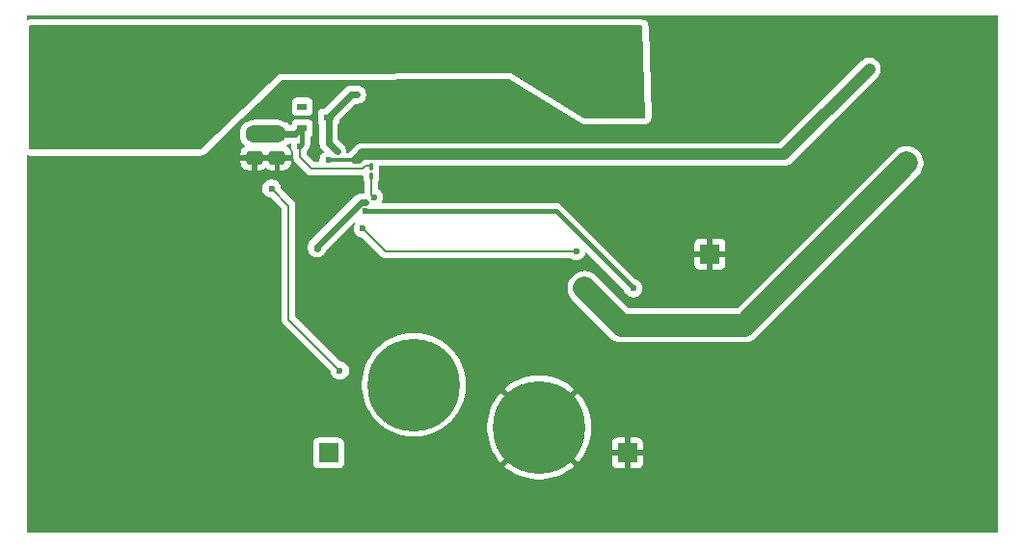
<source format=gbr>
%TF.GenerationSoftware,KiCad,Pcbnew,9.0.1*%
%TF.CreationDate,2025-11-16T17:21:23-08:00*%
%TF.ProjectId,GaN-LTC7800-Alternate,47614e2d-4c54-4433-9738-30302d416c74,rev?*%
%TF.SameCoordinates,Original*%
%TF.FileFunction,Copper,L2,Bot*%
%TF.FilePolarity,Positive*%
%FSLAX46Y46*%
G04 Gerber Fmt 4.6, Leading zero omitted, Abs format (unit mm)*
G04 Created by KiCad (PCBNEW 9.0.1) date 2025-11-16 17:21:23*
%MOMM*%
%LPD*%
G01*
G04 APERTURE LIST*
G04 Aperture macros list*
%AMRoundRect*
0 Rectangle with rounded corners*
0 $1 Rounding radius*
0 $2 $3 $4 $5 $6 $7 $8 $9 X,Y pos of 4 corners*
0 Add a 4 corners polygon primitive as box body*
4,1,4,$2,$3,$4,$5,$6,$7,$8,$9,$2,$3,0*
0 Add four circle primitives for the rounded corners*
1,1,$1+$1,$2,$3*
1,1,$1+$1,$4,$5*
1,1,$1+$1,$6,$7*
1,1,$1+$1,$8,$9*
0 Add four rect primitives between the rounded corners*
20,1,$1+$1,$2,$3,$4,$5,0*
20,1,$1+$1,$4,$5,$6,$7,0*
20,1,$1+$1,$6,$7,$8,$9,0*
20,1,$1+$1,$8,$9,$2,$3,0*%
G04 Aperture macros list end*
%TA.AperFunction,Conductor*%
%ADD10C,0.200000*%
%TD*%
%TA.AperFunction,ComponentPad*%
%ADD11R,1.700000X1.700000*%
%TD*%
%TA.AperFunction,ComponentPad*%
%ADD12C,8.115000*%
%TD*%
%TA.AperFunction,SMDPad,CuDef*%
%ADD13RoundRect,0.250000X0.475000X-0.337500X0.475000X0.337500X-0.475000X0.337500X-0.475000X-0.337500X0*%
%TD*%
%TA.AperFunction,SMDPad,CuDef*%
%ADD14R,0.850000X0.600000*%
%TD*%
%TA.AperFunction,SMDPad,CuDef*%
%ADD15RoundRect,0.100000X0.100000X-0.217500X0.100000X0.217500X-0.100000X0.217500X-0.100000X-0.217500X0*%
%TD*%
%TA.AperFunction,SMDPad,CuDef*%
%ADD16RoundRect,0.250000X-0.475000X0.337500X-0.475000X-0.337500X0.475000X-0.337500X0.475000X0.337500X0*%
%TD*%
%TA.AperFunction,ViaPad*%
%ADD17C,0.600000*%
%TD*%
%TA.AperFunction,Conductor*%
%ADD18C,1.500000*%
%TD*%
%TA.AperFunction,Conductor*%
%ADD19C,0.600000*%
%TD*%
%TA.AperFunction,Conductor*%
%ADD20C,0.400000*%
%TD*%
%TA.AperFunction,Conductor*%
%ADD21C,2.000000*%
%TD*%
%TA.AperFunction,Conductor*%
%ADD22C,1.000000*%
%TD*%
%TA.AperFunction,Conductor*%
%ADD23C,0.300000*%
%TD*%
G04 APERTURE END LIST*
D10*
%TO.N,/Vout*%
X120250000Y-50750000D02*
X115000000Y-50750000D01*
X108500000Y-46750000D01*
X88168060Y-46872049D01*
X81250000Y-53500000D01*
X77500000Y-53500000D01*
X77250000Y-42750000D01*
X120000000Y-42750000D01*
X120250000Y-50750000D01*
%TA.AperFunction,Conductor*%
G36*
X120250000Y-50750000D02*
G01*
X115000000Y-50750000D01*
X108500000Y-46750000D01*
X88168060Y-46872049D01*
X81250000Y-53500000D01*
X77500000Y-53500000D01*
X77250000Y-42750000D01*
X120000000Y-42750000D01*
X120250000Y-50750000D01*
G37*
%TD.AperFunction*%
%TO.N,/BG*%
X95750000Y-54250000D02*
X95250000Y-54750000D01*
X94750000Y-54750000D01*
X94500000Y-54500000D01*
X95250000Y-53750000D01*
X95750000Y-54250000D01*
%TA.AperFunction,Conductor*%
G36*
X95750000Y-54250000D02*
G01*
X95250000Y-54750000D01*
X94750000Y-54750000D01*
X94500000Y-54500000D01*
X95250000Y-53750000D01*
X95750000Y-54250000D01*
G37*
%TD.AperFunction*%
%TO.N,/Vout*%
X81250000Y-53500000D02*
X66250000Y-53500000D01*
X66250000Y-42750000D01*
X81250000Y-42750000D01*
X81250000Y-53500000D01*
%TA.AperFunction,Conductor*%
G36*
X81250000Y-53500000D02*
G01*
X66250000Y-53500000D01*
X66250000Y-42750000D01*
X81250000Y-42750000D01*
X81250000Y-53500000D01*
G37*
%TD.AperFunction*%
%TD*%
D11*
%TO.P,VOUT1,1,Pin_1*%
%TO.N,/Vout*%
X116500000Y-46750000D03*
%TD*%
D12*
%TO.P,VSource_GND1,1,1*%
%TO.N,GND*%
X111000000Y-78000000D03*
%TD*%
%TO.P,VSource_IN1,1,1*%
%TO.N,/VIN*%
X100000000Y-74250000D03*
%TD*%
D11*
%TO.P,TP_VIN2,1,Pin_1*%
%TO.N,GND*%
X118750000Y-80250000D03*
%TD*%
%TO.P,TP_VIN1,1,Pin_1*%
%TO.N,/VIN*%
X92500000Y-80250000D03*
%TD*%
%TO.P,GND1,1,Pin_1*%
%TO.N,GND*%
X126000000Y-62750000D03*
%TD*%
D13*
%TO.P,C2,1*%
%TO.N,GND*%
X88000000Y-54287500D03*
%TO.P,C2,2*%
%TO.N,/INTVCC*%
X88000000Y-52212500D03*
%TD*%
D14*
%TO.P,D1,1,A*%
%TO.N,/INTVCC*%
X90200000Y-51700000D03*
%TO.P,D1,2,NC*%
%TO.N,unconnected-(D1-NC-Pad2)*%
X90200000Y-49800000D03*
%TO.P,D1,3,K*%
%TO.N,/BOOST*%
X92500000Y-50750000D03*
%TD*%
D15*
%TO.P,R1,1*%
%TO.N,Net-(U1-PGOOD)*%
X96250000Y-55907500D03*
%TO.P,R1,2*%
%TO.N,/INTVCC*%
X96250000Y-55092500D03*
%TD*%
D16*
%TO.P,C2_EX1,1*%
%TO.N,/INTVCC*%
X86000000Y-52212500D03*
%TO.P,C2_EX1,2*%
%TO.N,GND*%
X86000000Y-54287500D03*
%TD*%
D17*
%TO.N,GND*%
X77000000Y-66000000D03*
X77000000Y-69750000D03*
X128000000Y-48750000D03*
X80750000Y-68500000D03*
X79500000Y-71000000D03*
X80750000Y-72250000D03*
X79500000Y-72250000D03*
X83250000Y-71000000D03*
X79750000Y-54750000D03*
X77000000Y-67250000D03*
X83250000Y-69750000D03*
X126750000Y-48750000D03*
X80750000Y-66000000D03*
X77500000Y-58000000D03*
X83250000Y-72250000D03*
X83250000Y-66000000D03*
X79500000Y-68500000D03*
X126750000Y-47500000D03*
X79500000Y-69750000D03*
X83250000Y-67250000D03*
X76500000Y-61000000D03*
X78250000Y-66000000D03*
X77000000Y-68500000D03*
X80750000Y-67250000D03*
X129250000Y-50000000D03*
X82750000Y-54750000D03*
X78250000Y-67250000D03*
X83250000Y-68500000D03*
X79500000Y-66000000D03*
X83750000Y-54750000D03*
X78250000Y-72250000D03*
X82000000Y-68500000D03*
X129250000Y-47500000D03*
X82000000Y-72250000D03*
X129250000Y-48750000D03*
X80750000Y-69750000D03*
X80750000Y-71000000D03*
X78250000Y-71000000D03*
X77000000Y-71000000D03*
X78250000Y-68500000D03*
X128000000Y-50000000D03*
X78250000Y-69750000D03*
X80750000Y-54750000D03*
X76500000Y-58000000D03*
X81750000Y-54750000D03*
X77000000Y-72250000D03*
X76500000Y-60000000D03*
X126750000Y-50000000D03*
X82000000Y-69750000D03*
X82000000Y-66000000D03*
X79500000Y-67250000D03*
X82000000Y-67250000D03*
X128000000Y-47500000D03*
X82000000Y-71000000D03*
X77500000Y-61000000D03*
X76500000Y-59000000D03*
X77500000Y-60000000D03*
X77500000Y-59000000D03*
%TO.N,/INTVCC*%
X90000000Y-53250000D03*
%TO.N,/BOOST*%
X95000000Y-48750000D03*
X93250000Y-53750000D03*
%TO.N,/ITH*%
X91500000Y-62250000D03*
X95750000Y-58199997D03*
%TO.N,/VIN*%
X93500000Y-73000000D03*
X87500000Y-57000000D03*
%TO.N,/Vout*%
X68750000Y-47500000D03*
X67250000Y-45750000D03*
X66500000Y-44750000D03*
X76250000Y-47500000D03*
X73250000Y-45750000D03*
X67250000Y-47500000D03*
X80000000Y-48250000D03*
X77750000Y-47500000D03*
X75500000Y-46500000D03*
X75500000Y-44750000D03*
X74000000Y-43250000D03*
X80750000Y-47500000D03*
X77750000Y-44000000D03*
X74000000Y-49750000D03*
X80750000Y-49000000D03*
X68000000Y-44750000D03*
X75500000Y-43250000D03*
X71000000Y-43250000D03*
X68000000Y-49750000D03*
X68750000Y-49000000D03*
X70250000Y-49000000D03*
X71000000Y-46500000D03*
X68000000Y-48250000D03*
X80750000Y-44000000D03*
X72500000Y-48250000D03*
X68000000Y-43250000D03*
X80750000Y-45750000D03*
X71750000Y-45750000D03*
X75500000Y-49750000D03*
X78500000Y-49750000D03*
X67250000Y-49000000D03*
X68750000Y-44000000D03*
X77750000Y-45750000D03*
X79250000Y-47500000D03*
X78500000Y-44750000D03*
X68750000Y-45750000D03*
X70250000Y-45750000D03*
X69500000Y-48250000D03*
X73250000Y-49000000D03*
X77000000Y-46500000D03*
X74000000Y-46500000D03*
X80000000Y-44750000D03*
X71750000Y-47500000D03*
X73250000Y-44000000D03*
X71000000Y-48250000D03*
X78500000Y-43250000D03*
X72500000Y-43250000D03*
X67250000Y-44000000D03*
X69500000Y-46500000D03*
X78500000Y-48250000D03*
X71000000Y-49750000D03*
X70250000Y-44000000D03*
X68000000Y-46500000D03*
X79250000Y-49000000D03*
X77000000Y-48250000D03*
X71750000Y-44000000D03*
X66500000Y-49750000D03*
X71750000Y-49000000D03*
X76250000Y-44000000D03*
X74750000Y-47500000D03*
X72500000Y-46500000D03*
X77000000Y-49750000D03*
X66500000Y-46500000D03*
X73250000Y-47500000D03*
X69500000Y-44750000D03*
X70250000Y-47500000D03*
X75500000Y-48250000D03*
X74750000Y-44000000D03*
X72500000Y-49750000D03*
X80000000Y-49750000D03*
X80000000Y-46500000D03*
X66500000Y-43250000D03*
X66500000Y-48250000D03*
X69500000Y-43250000D03*
X77750000Y-49000000D03*
X69500000Y-49750000D03*
X74000000Y-48250000D03*
X76250000Y-45750000D03*
X71000000Y-44750000D03*
X72500000Y-44750000D03*
X76250000Y-49000000D03*
X77000000Y-44750000D03*
X80000000Y-43250000D03*
X79250000Y-45750000D03*
X78500000Y-46500000D03*
X74750000Y-45750000D03*
X74000000Y-44750000D03*
X74750000Y-49000000D03*
X77000000Y-43250000D03*
X79250000Y-44000000D03*
%TO.N,/SENSE+*%
X114250000Y-62500000D03*
X95500000Y-60500000D03*
%TO.N,/TG*%
X143250000Y-54750000D03*
X115000000Y-65750000D03*
%TO.N,/BG*%
X92500000Y-54500000D03*
X140000000Y-46500000D03*
%TO.N,Net-(U1-PGOOD)*%
X96500000Y-57750000D03*
%TO.N,/VFB*%
X95750000Y-59000000D03*
X119250000Y-65750000D03*
%TD*%
D10*
%TO.N,/INTVCC*%
X96157500Y-55000000D02*
X96250000Y-55092500D01*
D18*
X88000000Y-52212500D02*
X86000000Y-52212500D01*
D19*
X90050000Y-51700000D02*
X89537500Y-52212500D01*
D20*
X90000000Y-53250000D02*
X90200000Y-53050000D01*
X90200000Y-53050000D02*
X90200000Y-51700000D01*
D19*
X89537500Y-52212500D02*
X88000000Y-52212500D01*
D10*
X91000000Y-55250000D02*
X95500000Y-55250000D01*
X90000000Y-54250000D02*
X91000000Y-55250000D01*
X95500000Y-55250000D02*
X95750000Y-55000000D01*
X95750000Y-55000000D02*
X96157500Y-55000000D01*
X90000000Y-53250000D02*
X90000000Y-54250000D01*
X90200000Y-51700000D02*
X90050000Y-51700000D01*
D19*
%TO.N,/BOOST*%
X92500000Y-50750000D02*
X92500000Y-53000000D01*
X92500000Y-53000000D02*
X93250000Y-53750000D01*
X94500000Y-48750000D02*
X95000000Y-48750000D01*
X92500000Y-50750000D02*
X94500000Y-48750000D01*
%TO.N,/ITH*%
X91500000Y-62250000D02*
X91500000Y-62117214D01*
X91500000Y-62117214D02*
X95417217Y-58199997D01*
X95417217Y-58199997D02*
X95750000Y-58199997D01*
D10*
%TO.N,/VIN*%
X87500000Y-57000000D02*
X89000000Y-58500000D01*
X89000000Y-68500000D02*
X93500000Y-73000000D01*
X89000000Y-58500000D02*
X89000000Y-68500000D01*
%TO.N,/SENSE+*%
X97500000Y-62500000D02*
X114250000Y-62500000D01*
X95500000Y-60500000D02*
X97500000Y-62500000D01*
D21*
%TO.N,/TG*%
X123250000Y-69000000D02*
X129000000Y-69000000D01*
X115000000Y-65750000D02*
X118250000Y-69000000D01*
X118250000Y-69000000D02*
X123250000Y-69000000D01*
X129000000Y-69000000D02*
X143250000Y-54750000D01*
D22*
%TO.N,/BG*%
X132500000Y-54000000D02*
X140000000Y-46500000D01*
D10*
X95000000Y-54500000D02*
X95500000Y-54000000D01*
D23*
X92500000Y-54500000D02*
X95000000Y-54500000D01*
D22*
X95500000Y-54000000D02*
X132500000Y-54000000D01*
D10*
%TO.N,Net-(U1-PGOOD)*%
X96250000Y-55907500D02*
X96250000Y-57500000D01*
X96250000Y-57500000D02*
X96500000Y-57750000D01*
D20*
%TO.N,/VFB*%
X95750000Y-59000000D02*
X112500000Y-59000000D01*
X112500000Y-59000000D02*
X119250000Y-65750000D01*
%TD*%
%TA.AperFunction,Conductor*%
%TO.N,GND*%
G36*
X151235148Y-41764852D02*
G01*
X151249500Y-41799500D01*
X151249500Y-87200500D01*
X151235148Y-87235148D01*
X151200500Y-87249500D01*
X66049500Y-87249500D01*
X66014852Y-87235148D01*
X66000500Y-87200500D01*
X66000500Y-79352120D01*
X91149500Y-79352120D01*
X91149500Y-81147879D01*
X91155907Y-81207478D01*
X91155909Y-81207483D01*
X91206114Y-81342091D01*
X91206205Y-81342333D01*
X91210069Y-81347494D01*
X91292454Y-81457546D01*
X91384934Y-81526776D01*
X91407074Y-81543351D01*
X91407669Y-81543796D01*
X91542517Y-81594091D01*
X91542520Y-81594092D01*
X91586177Y-81598785D01*
X91602127Y-81600500D01*
X93397872Y-81600499D01*
X93397878Y-81600499D01*
X93457478Y-81594092D01*
X93457479Y-81594091D01*
X93457483Y-81594091D01*
X93592331Y-81543796D01*
X93707546Y-81457546D01*
X93793796Y-81342331D01*
X93844091Y-81207483D01*
X93844091Y-81207481D01*
X93844092Y-81207479D01*
X93850499Y-81147879D01*
X93850500Y-81147873D01*
X93850499Y-79352128D01*
X93850499Y-79352127D01*
X93850499Y-79352120D01*
X93844092Y-79292521D01*
X93844091Y-79292517D01*
X93793796Y-79157669D01*
X93707546Y-79042454D01*
X93633958Y-78987366D01*
X93592333Y-78956205D01*
X93592331Y-78956204D01*
X93547381Y-78939439D01*
X93457479Y-78905907D01*
X93397879Y-78899500D01*
X91602120Y-78899500D01*
X91542521Y-78905907D01*
X91407666Y-78956205D01*
X91292454Y-79042454D01*
X91206205Y-79157666D01*
X91155907Y-79292520D01*
X91149500Y-79352120D01*
X66000500Y-79352120D01*
X66000500Y-74050993D01*
X95442000Y-74050993D01*
X95442000Y-74449006D01*
X95476689Y-74845506D01*
X95545804Y-75237475D01*
X95545805Y-75237480D01*
X95648814Y-75621916D01*
X95784944Y-75995929D01*
X95784950Y-75995943D01*
X95953155Y-76356659D01*
X96152156Y-76701340D01*
X96152162Y-76701349D01*
X96380445Y-77027371D01*
X96380449Y-77027376D01*
X96380451Y-77027378D01*
X96636289Y-77332274D01*
X96917726Y-77613711D01*
X96917736Y-77613719D01*
X97222623Y-77869550D01*
X97222628Y-77869554D01*
X97548650Y-78097837D01*
X97548659Y-78097843D01*
X97723841Y-78198984D01*
X97893345Y-78296847D01*
X98254067Y-78465054D01*
X98628077Y-78601183D01*
X98628078Y-78601183D01*
X98628083Y-78601185D01*
X99012519Y-78704194D01*
X99012525Y-78704195D01*
X99012528Y-78704196D01*
X99404495Y-78773311D01*
X99800993Y-78808000D01*
X99800997Y-78808000D01*
X100199003Y-78808000D01*
X100199007Y-78808000D01*
X100595505Y-78773311D01*
X100987472Y-78704196D01*
X100987477Y-78704194D01*
X100987480Y-78704194D01*
X101371916Y-78601185D01*
X101371917Y-78601184D01*
X101371923Y-78601183D01*
X101745933Y-78465054D01*
X102106655Y-78296847D01*
X102451345Y-78097840D01*
X102777378Y-77869549D01*
X102859054Y-77801015D01*
X106442500Y-77801015D01*
X106442500Y-78198984D01*
X106477185Y-78595441D01*
X106546292Y-78987366D01*
X106546293Y-78987371D01*
X106649291Y-79371765D01*
X106785406Y-79745737D01*
X106785412Y-79745751D01*
X106953599Y-80106428D01*
X107152577Y-80451071D01*
X107152583Y-80451080D01*
X107380841Y-80777066D01*
X107380845Y-80777071D01*
X107603739Y-81042706D01*
X108918314Y-79728131D01*
X108979860Y-79805307D01*
X109194693Y-80020140D01*
X109271867Y-80081684D01*
X107957292Y-81396259D01*
X108222928Y-81619154D01*
X108222933Y-81619158D01*
X108548919Y-81847416D01*
X108548928Y-81847422D01*
X108893571Y-82046400D01*
X109254248Y-82214587D01*
X109254262Y-82214593D01*
X109628234Y-82350708D01*
X110012628Y-82453706D01*
X110012633Y-82453707D01*
X110404558Y-82522814D01*
X110801015Y-82557499D01*
X110801020Y-82557500D01*
X111198980Y-82557500D01*
X111198984Y-82557499D01*
X111595441Y-82522814D01*
X111987366Y-82453707D01*
X111987371Y-82453706D01*
X112371765Y-82350708D01*
X112745737Y-82214593D01*
X112745751Y-82214587D01*
X113106428Y-82046400D01*
X113451071Y-81847422D01*
X113451080Y-81847416D01*
X113777066Y-81619158D01*
X113777071Y-81619154D01*
X114042706Y-81396259D01*
X112728131Y-80081685D01*
X112805307Y-80020140D01*
X113020140Y-79805307D01*
X113081685Y-79728132D01*
X114396259Y-81042706D01*
X114619154Y-80777071D01*
X114619158Y-80777066D01*
X114847053Y-80451599D01*
X114847056Y-80451597D01*
X114847058Y-80451591D01*
X114847423Y-80451068D01*
X115046400Y-80106428D01*
X115214587Y-79745751D01*
X115214593Y-79745737D01*
X115350708Y-79371766D01*
X115355960Y-79352165D01*
X117400000Y-79352165D01*
X117400000Y-80000000D01*
X118316988Y-80000000D01*
X118284075Y-80057007D01*
X118250000Y-80184174D01*
X118250000Y-80315826D01*
X118284075Y-80442993D01*
X118316988Y-80500000D01*
X117400000Y-80500000D01*
X117400000Y-81147834D01*
X117406401Y-81207372D01*
X117406401Y-81207373D01*
X117456648Y-81342091D01*
X117542811Y-81457188D01*
X117657908Y-81543351D01*
X117792626Y-81593598D01*
X117852166Y-81600000D01*
X118500000Y-81600000D01*
X118500000Y-80683012D01*
X118557007Y-80715925D01*
X118684174Y-80750000D01*
X118815826Y-80750000D01*
X118942993Y-80715925D01*
X119000000Y-80683012D01*
X119000000Y-81600000D01*
X119647834Y-81600000D01*
X119707372Y-81593598D01*
X119707373Y-81593598D01*
X119842091Y-81543351D01*
X119957188Y-81457188D01*
X120043351Y-81342091D01*
X120093598Y-81207373D01*
X120093598Y-81207372D01*
X120100000Y-81147834D01*
X120100000Y-80500000D01*
X119183012Y-80500000D01*
X119215925Y-80442993D01*
X119250000Y-80315826D01*
X119250000Y-80184174D01*
X119215925Y-80057007D01*
X119183012Y-80000000D01*
X120100000Y-80000000D01*
X120100000Y-79352165D01*
X120093598Y-79292627D01*
X120093598Y-79292626D01*
X120043351Y-79157908D01*
X119957188Y-79042811D01*
X119842091Y-78956648D01*
X119707373Y-78906401D01*
X119647834Y-78900000D01*
X119000000Y-78900000D01*
X119000000Y-79816988D01*
X118942993Y-79784075D01*
X118815826Y-79750000D01*
X118684174Y-79750000D01*
X118557007Y-79784075D01*
X118500000Y-79816988D01*
X118500000Y-78900000D01*
X117852166Y-78900000D01*
X117792627Y-78906401D01*
X117792626Y-78906401D01*
X117657908Y-78956648D01*
X117542811Y-79042811D01*
X117456648Y-79157908D01*
X117406401Y-79292626D01*
X117406401Y-79292627D01*
X117400000Y-79352165D01*
X115355960Y-79352165D01*
X115359708Y-79338178D01*
X115453706Y-78987371D01*
X115453707Y-78987366D01*
X115522814Y-78595441D01*
X115557499Y-78198984D01*
X115557500Y-78198979D01*
X115557500Y-77801020D01*
X115557499Y-77801015D01*
X115522814Y-77404558D01*
X115453707Y-77012633D01*
X115453706Y-77012628D01*
X115350708Y-76628234D01*
X115214593Y-76254262D01*
X115214587Y-76254248D01*
X115046400Y-75893571D01*
X114847422Y-75548928D01*
X114847416Y-75548919D01*
X114619158Y-75222933D01*
X114619154Y-75222928D01*
X114396259Y-74957292D01*
X113081684Y-76271867D01*
X113020140Y-76194693D01*
X112805307Y-75979860D01*
X112728130Y-75918314D01*
X114042706Y-74603739D01*
X113777071Y-74380845D01*
X113777066Y-74380841D01*
X113451080Y-74152583D01*
X113451071Y-74152577D01*
X113106428Y-73953599D01*
X112745751Y-73785412D01*
X112745737Y-73785406D01*
X112371765Y-73649291D01*
X111987371Y-73546293D01*
X111987366Y-73546292D01*
X111595441Y-73477185D01*
X111198984Y-73442500D01*
X110801015Y-73442500D01*
X110404558Y-73477185D01*
X110012633Y-73546292D01*
X110012628Y-73546293D01*
X109628234Y-73649291D01*
X109254262Y-73785406D01*
X109254248Y-73785412D01*
X108893571Y-73953599D01*
X108548928Y-74152577D01*
X108548919Y-74152583D01*
X108222946Y-74380833D01*
X108222917Y-74380855D01*
X107957292Y-74603739D01*
X109271867Y-75918314D01*
X109194693Y-75979860D01*
X108979860Y-76194693D01*
X108918314Y-76271867D01*
X107603739Y-74957292D01*
X107380855Y-75222917D01*
X107380833Y-75222946D01*
X107152583Y-75548919D01*
X107152577Y-75548928D01*
X106953599Y-75893571D01*
X106785412Y-76254248D01*
X106785406Y-76254262D01*
X106649291Y-76628234D01*
X106546293Y-77012628D01*
X106546292Y-77012633D01*
X106477185Y-77404558D01*
X106442500Y-77801015D01*
X102859054Y-77801015D01*
X103082274Y-77613711D01*
X103363711Y-77332274D01*
X103619549Y-77027378D01*
X103847840Y-76701345D01*
X104046847Y-76356655D01*
X104215054Y-75995933D01*
X104351183Y-75621923D01*
X104370744Y-75548919D01*
X104454194Y-75237480D01*
X104454195Y-75237475D01*
X104456757Y-75222946D01*
X104523311Y-74845505D01*
X104558000Y-74449007D01*
X104558000Y-74050993D01*
X104523311Y-73654495D01*
X104454196Y-73262528D01*
X104446417Y-73233498D01*
X104351185Y-72878083D01*
X104310576Y-72766512D01*
X104215054Y-72504067D01*
X104046847Y-72143345D01*
X104018808Y-72094780D01*
X103847843Y-71798659D01*
X103847837Y-71798650D01*
X103619554Y-71472628D01*
X103619550Y-71472623D01*
X103363719Y-71167736D01*
X103363711Y-71167726D01*
X103082274Y-70886289D01*
X102777378Y-70630451D01*
X102777376Y-70630449D01*
X102777371Y-70630445D01*
X102451349Y-70402162D01*
X102451340Y-70402156D01*
X102106659Y-70203155D01*
X101745943Y-70034950D01*
X101745929Y-70034944D01*
X101371916Y-69898814D01*
X100987480Y-69795805D01*
X100987475Y-69795804D01*
X100595506Y-69726689D01*
X100397256Y-69709344D01*
X100199007Y-69692000D01*
X99800993Y-69692000D01*
X99404493Y-69726689D01*
X99012524Y-69795804D01*
X99012519Y-69795805D01*
X98628083Y-69898814D01*
X98254070Y-70034944D01*
X98254056Y-70034950D01*
X97893340Y-70203155D01*
X97548659Y-70402156D01*
X97548650Y-70402162D01*
X97222628Y-70630445D01*
X97222623Y-70630449D01*
X96917736Y-70886280D01*
X96917718Y-70886296D01*
X96636296Y-71167718D01*
X96636280Y-71167736D01*
X96380449Y-71472623D01*
X96380445Y-71472628D01*
X96152162Y-71798650D01*
X96152156Y-71798659D01*
X95953155Y-72143340D01*
X95784950Y-72504056D01*
X95784944Y-72504070D01*
X95648814Y-72878083D01*
X95545805Y-73262519D01*
X95545804Y-73262524D01*
X95476689Y-73654493D01*
X95442000Y-74050993D01*
X66000500Y-74050993D01*
X66000500Y-56921152D01*
X86699500Y-56921152D01*
X86699500Y-57078847D01*
X86730260Y-57233487D01*
X86730263Y-57233498D01*
X86787144Y-57370821D01*
X86790606Y-57379179D01*
X86878211Y-57510289D01*
X86989711Y-57621789D01*
X87120821Y-57709394D01*
X87266503Y-57769737D01*
X87266509Y-57769738D01*
X87266512Y-57769739D01*
X87421152Y-57800499D01*
X87421158Y-57800500D01*
X87430969Y-57800500D01*
X87465617Y-57814852D01*
X88385148Y-58734383D01*
X88399500Y-58769031D01*
X88399500Y-68417929D01*
X88399499Y-68417947D01*
X88399499Y-68579059D01*
X88440421Y-68731781D01*
X88440422Y-68731783D01*
X88440423Y-68731785D01*
X88469360Y-68781904D01*
X88469361Y-68781905D01*
X88519477Y-68868712D01*
X88519482Y-68868718D01*
X88634074Y-68983310D01*
X88634080Y-68983315D01*
X92685148Y-73034383D01*
X92699500Y-73069031D01*
X92699500Y-73078847D01*
X92730260Y-73233487D01*
X92730263Y-73233497D01*
X92790606Y-73379179D01*
X92878211Y-73510289D01*
X92989711Y-73621789D01*
X93120821Y-73709394D01*
X93266503Y-73769737D01*
X93266509Y-73769738D01*
X93266512Y-73769739D01*
X93421152Y-73800499D01*
X93421158Y-73800500D01*
X93578842Y-73800500D01*
X93733497Y-73769737D01*
X93879179Y-73709394D01*
X94010289Y-73621789D01*
X94121789Y-73510289D01*
X94209394Y-73379179D01*
X94269737Y-73233497D01*
X94300500Y-73078842D01*
X94300500Y-72921158D01*
X94269737Y-72766503D01*
X94209394Y-72620821D01*
X94121789Y-72489711D01*
X94010289Y-72378211D01*
X93879179Y-72290606D01*
X93879176Y-72290604D01*
X93879175Y-72290604D01*
X93733498Y-72230263D01*
X93733487Y-72230260D01*
X93578847Y-72199500D01*
X93578842Y-72199500D01*
X93569031Y-72199500D01*
X93534383Y-72185148D01*
X89614852Y-68265617D01*
X89600500Y-68230969D01*
X89600500Y-65631908D01*
X113499500Y-65631908D01*
X113499500Y-65868091D01*
X113536446Y-66101365D01*
X113536447Y-66101368D01*
X113609432Y-66325993D01*
X113716653Y-66536428D01*
X113716656Y-66536432D01*
X113716657Y-66536434D01*
X113855483Y-66727510D01*
X113855485Y-66727512D01*
X113855488Y-66727516D01*
X117272483Y-70144511D01*
X117272486Y-70144513D01*
X117272490Y-70144517D01*
X117463566Y-70283343D01*
X117463568Y-70283344D01*
X117463571Y-70283346D01*
X117674006Y-70390567D01*
X117674008Y-70390568D01*
X117898632Y-70463553D01*
X118131908Y-70500500D01*
X118131909Y-70500500D01*
X129118091Y-70500500D01*
X129118092Y-70500500D01*
X129351368Y-70463553D01*
X129575992Y-70390568D01*
X129786434Y-70283343D01*
X129977510Y-70144517D01*
X144394517Y-55727510D01*
X144533343Y-55536434D01*
X144640568Y-55325992D01*
X144713552Y-55101369D01*
X144750499Y-54868092D01*
X144750499Y-54631908D01*
X144713552Y-54398632D01*
X144640568Y-54174008D01*
X144637471Y-54167929D01*
X144533346Y-53963572D01*
X144533344Y-53963569D01*
X144533343Y-53963567D01*
X144394517Y-53772490D01*
X144394513Y-53772486D01*
X144394511Y-53772483D01*
X144227516Y-53605488D01*
X144227517Y-53605488D01*
X144121142Y-53528202D01*
X144036433Y-53466657D01*
X144036431Y-53466656D01*
X144036427Y-53466653D01*
X143825993Y-53359432D01*
X143601368Y-53286448D01*
X143601365Y-53286447D01*
X143398575Y-53254329D01*
X143368092Y-53249501D01*
X143131908Y-53249501D01*
X143101482Y-53254320D01*
X142898633Y-53286447D01*
X142898630Y-53286448D01*
X142674006Y-53359432D01*
X142463571Y-53466653D01*
X142272483Y-53605488D01*
X128392825Y-67485148D01*
X128358177Y-67499500D01*
X118891823Y-67499500D01*
X118857175Y-67485148D01*
X115977516Y-64605488D01*
X115977512Y-64605485D01*
X115977510Y-64605483D01*
X115786434Y-64466657D01*
X115786432Y-64466656D01*
X115786428Y-64466653D01*
X115575993Y-64359432D01*
X115351368Y-64286447D01*
X115351365Y-64286446D01*
X115172167Y-64258064D01*
X115118092Y-64249500D01*
X114881908Y-64249500D01*
X114838009Y-64256452D01*
X114648634Y-64286446D01*
X114648631Y-64286447D01*
X114424006Y-64359432D01*
X114213571Y-64466653D01*
X114022483Y-64605488D01*
X113855488Y-64772483D01*
X113716653Y-64963571D01*
X113609432Y-65174006D01*
X113536447Y-65398631D01*
X113536446Y-65398634D01*
X113499500Y-65631908D01*
X89600500Y-65631908D01*
X89600500Y-58420942D01*
X89597713Y-58410542D01*
X89592139Y-58389741D01*
X89581357Y-58349500D01*
X89559577Y-58268216D01*
X89559576Y-58268213D01*
X89480524Y-58131290D01*
X89480521Y-58131287D01*
X89480520Y-58131284D01*
X89368716Y-58019480D01*
X89367010Y-58017774D01*
X89366999Y-58017764D01*
X88314852Y-56965617D01*
X88300500Y-56930969D01*
X88300500Y-56921158D01*
X88300499Y-56921152D01*
X88269739Y-56766512D01*
X88269736Y-56766501D01*
X88209395Y-56620824D01*
X88209394Y-56620821D01*
X88121789Y-56489711D01*
X88010289Y-56378211D01*
X87879179Y-56290606D01*
X87879176Y-56290604D01*
X87879175Y-56290604D01*
X87733498Y-56230263D01*
X87733487Y-56230260D01*
X87578847Y-56199500D01*
X87578842Y-56199500D01*
X87421158Y-56199500D01*
X87421152Y-56199500D01*
X87266512Y-56230260D01*
X87266501Y-56230263D01*
X87120824Y-56290604D01*
X86989711Y-56378210D01*
X86878210Y-56489711D01*
X86790604Y-56620824D01*
X86730263Y-56766501D01*
X86730260Y-56766512D01*
X86699500Y-56921152D01*
X66000500Y-56921152D01*
X66000500Y-54674980D01*
X84775001Y-54674980D01*
X84785493Y-54777693D01*
X84840642Y-54944122D01*
X84932682Y-55093343D01*
X85056656Y-55217317D01*
X85205877Y-55309357D01*
X85372306Y-55364506D01*
X85475018Y-55374999D01*
X85749999Y-55374999D01*
X86250000Y-55374999D01*
X86524980Y-55374999D01*
X86627693Y-55364506D01*
X86794122Y-55309357D01*
X86943343Y-55217317D01*
X86965352Y-55195309D01*
X87000000Y-55180957D01*
X87034648Y-55195309D01*
X87056656Y-55217317D01*
X87205877Y-55309357D01*
X87372306Y-55364506D01*
X87475018Y-55374999D01*
X87749999Y-55374999D01*
X88250000Y-55374999D01*
X88524980Y-55374999D01*
X88627693Y-55364506D01*
X88794122Y-55309357D01*
X88943343Y-55217317D01*
X89067317Y-55093343D01*
X89159357Y-54944122D01*
X89214506Y-54777693D01*
X89225000Y-54674981D01*
X89225000Y-54537500D01*
X88250000Y-54537500D01*
X88250000Y-55374999D01*
X87749999Y-55374999D01*
X87750000Y-55374998D01*
X87750000Y-54537500D01*
X86250000Y-54537500D01*
X86250000Y-55374999D01*
X85749999Y-55374999D01*
X85750000Y-55374998D01*
X85750000Y-54537500D01*
X84775001Y-54537500D01*
X84775001Y-54674980D01*
X66000500Y-54674980D01*
X66000500Y-54119768D01*
X66014852Y-54085120D01*
X66049500Y-54070768D01*
X66068247Y-54074496D01*
X66093285Y-54084868D01*
X66250000Y-54105500D01*
X66250004Y-54105500D01*
X81249995Y-54105500D01*
X81250000Y-54105500D01*
X81394156Y-54088090D01*
X81400243Y-54085720D01*
X81406715Y-54084868D01*
X81473765Y-54057094D01*
X81541453Y-54030741D01*
X81546720Y-54026875D01*
X81552750Y-54024378D01*
X81610335Y-53980190D01*
X81668888Y-53937222D01*
X83571826Y-52114083D01*
X84749500Y-52114083D01*
X84749500Y-52310917D01*
X84770497Y-52443492D01*
X84773897Y-52464959D01*
X84774500Y-52472624D01*
X84774500Y-52600010D01*
X84785000Y-52702794D01*
X84840186Y-52869334D01*
X84932287Y-53018655D01*
X85056347Y-53142715D01*
X85163146Y-53208588D01*
X85185102Y-53238992D01*
X85179128Y-53276016D01*
X85163147Y-53291998D01*
X85056656Y-53357682D01*
X84932682Y-53481656D01*
X84840642Y-53630877D01*
X84785493Y-53797306D01*
X84775000Y-53900018D01*
X84775000Y-54037500D01*
X89224999Y-54037500D01*
X89224999Y-53900019D01*
X89214506Y-53797306D01*
X89159357Y-53630877D01*
X89067317Y-53481656D01*
X88943343Y-53357682D01*
X88836852Y-53291998D01*
X88814897Y-53261593D01*
X88820871Y-53224569D01*
X88836853Y-53208588D01*
X88943652Y-53142715D01*
X88943653Y-53142713D01*
X88943656Y-53142712D01*
X89024368Y-53062000D01*
X89059017Y-53027352D01*
X89093665Y-53013000D01*
X89171253Y-53013000D01*
X89205901Y-53027352D01*
X89220253Y-53062000D01*
X89219311Y-53071559D01*
X89199500Y-53171152D01*
X89199500Y-53328847D01*
X89230260Y-53483487D01*
X89230263Y-53483498D01*
X89280791Y-53605483D01*
X89290606Y-53629179D01*
X89318656Y-53671158D01*
X89378210Y-53760288D01*
X89385148Y-53767226D01*
X89399500Y-53801874D01*
X89399500Y-54167929D01*
X89399499Y-54167947D01*
X89399499Y-54329059D01*
X89440421Y-54481781D01*
X89440423Y-54481787D01*
X89462187Y-54519481D01*
X89519480Y-54618716D01*
X89634074Y-54733310D01*
X89634079Y-54733314D01*
X90631284Y-55730520D01*
X90631287Y-55730521D01*
X90631290Y-55730524D01*
X90768214Y-55809576D01*
X90768216Y-55809577D01*
X90839093Y-55828568D01*
X90920941Y-55850501D01*
X90920943Y-55850501D01*
X91082055Y-55850501D01*
X91082071Y-55850500D01*
X95417931Y-55850500D01*
X95420939Y-55850500D01*
X95420943Y-55850501D01*
X95500501Y-55850501D01*
X95535149Y-55864853D01*
X95545296Y-55889353D01*
X95549500Y-55899501D01*
X95549500Y-56164356D01*
X95549501Y-56164358D01*
X95564955Y-56281761D01*
X95625461Y-56427836D01*
X95625464Y-56427841D01*
X95639374Y-56445969D01*
X95649500Y-56475798D01*
X95649500Y-57350497D01*
X95635148Y-57385145D01*
X95600500Y-57399497D01*
X95338368Y-57399497D01*
X95183728Y-57430257D01*
X95183717Y-57430260D01*
X95141050Y-57447934D01*
X95038041Y-57490601D01*
X94909538Y-57576463D01*
X94909537Y-57576465D01*
X94908232Y-57577337D01*
X94906925Y-57578210D01*
X90878210Y-61606925D01*
X90790604Y-61738038D01*
X90730263Y-61883715D01*
X90730260Y-61883726D01*
X90699500Y-62038366D01*
X90699500Y-62328847D01*
X90730260Y-62483487D01*
X90730263Y-62483498D01*
X90783586Y-62612231D01*
X90790606Y-62629179D01*
X90878211Y-62760289D01*
X90989711Y-62871789D01*
X91120821Y-62959394D01*
X91266503Y-63019737D01*
X91266509Y-63019738D01*
X91266512Y-63019739D01*
X91421152Y-63050499D01*
X91421158Y-63050500D01*
X91578842Y-63050500D01*
X91733497Y-63019737D01*
X91879179Y-62959394D01*
X92010289Y-62871789D01*
X92121789Y-62760289D01*
X92209394Y-62629179D01*
X92268796Y-62485768D01*
X92279414Y-62469876D01*
X94765306Y-59983985D01*
X94799953Y-59969634D01*
X94834601Y-59983986D01*
X94848953Y-60018634D01*
X94840695Y-60045857D01*
X94790604Y-60120824D01*
X94730263Y-60266501D01*
X94730260Y-60266512D01*
X94699500Y-60421152D01*
X94699500Y-60578847D01*
X94730260Y-60733487D01*
X94730263Y-60733497D01*
X94790606Y-60879179D01*
X94878211Y-61010289D01*
X94989711Y-61121789D01*
X95120821Y-61209394D01*
X95266503Y-61269737D01*
X95266509Y-61269738D01*
X95266512Y-61269739D01*
X95421152Y-61300499D01*
X95421158Y-61300500D01*
X95430969Y-61300500D01*
X95465617Y-61314852D01*
X97017764Y-62866999D01*
X97017769Y-62867005D01*
X97019480Y-62868716D01*
X97131284Y-62980520D01*
X97131287Y-62980521D01*
X97131290Y-62980524D01*
X97218090Y-63030637D01*
X97218093Y-63030638D01*
X97218095Y-63030639D01*
X97268215Y-63059577D01*
X97388667Y-63091851D01*
X97420939Y-63100499D01*
X97420940Y-63100500D01*
X97420943Y-63100500D01*
X97579057Y-63100500D01*
X113698126Y-63100500D01*
X113732774Y-63114852D01*
X113739711Y-63121789D01*
X113870821Y-63209394D01*
X114016503Y-63269737D01*
X114016509Y-63269738D01*
X114016512Y-63269739D01*
X114171152Y-63300499D01*
X114171158Y-63300500D01*
X114328842Y-63300500D01*
X114483497Y-63269737D01*
X114629179Y-63209394D01*
X114760289Y-63121789D01*
X114871789Y-63010289D01*
X114959394Y-62879179D01*
X115019737Y-62733497D01*
X115038868Y-62637318D01*
X115059703Y-62606137D01*
X115096485Y-62598820D01*
X115121574Y-62612231D01*
X118466629Y-65957286D01*
X118479426Y-65981228D01*
X118479562Y-65981187D01*
X118479768Y-65981866D01*
X118480039Y-65982374D01*
X118480263Y-65983497D01*
X118540606Y-66129179D01*
X118628211Y-66260289D01*
X118739711Y-66371789D01*
X118870821Y-66459394D01*
X119016503Y-66519737D01*
X119016509Y-66519738D01*
X119016512Y-66519739D01*
X119171152Y-66550499D01*
X119171158Y-66550500D01*
X119328842Y-66550500D01*
X119483497Y-66519737D01*
X119629179Y-66459394D01*
X119760289Y-66371789D01*
X119871789Y-66260289D01*
X119959394Y-66129179D01*
X120019737Y-65983497D01*
X120020197Y-65981187D01*
X120050499Y-65828847D01*
X120050500Y-65828842D01*
X120050500Y-65671158D01*
X120050499Y-65671152D01*
X120019739Y-65516512D01*
X120019736Y-65516501D01*
X119970914Y-65398634D01*
X119959394Y-65370821D01*
X119871789Y-65239711D01*
X119760289Y-65128211D01*
X119629179Y-65040606D01*
X119629176Y-65040604D01*
X119629175Y-65040604D01*
X119563168Y-65013263D01*
X119483497Y-64980263D01*
X119482374Y-64980039D01*
X119481866Y-64979768D01*
X119481187Y-64979562D01*
X119481228Y-64979426D01*
X119457286Y-64966629D01*
X116342822Y-61852165D01*
X124650000Y-61852165D01*
X124650000Y-62500000D01*
X125566988Y-62500000D01*
X125534075Y-62557007D01*
X125500000Y-62684174D01*
X125500000Y-62815826D01*
X125534075Y-62942993D01*
X125566988Y-63000000D01*
X124650000Y-63000000D01*
X124650000Y-63647834D01*
X124656401Y-63707372D01*
X124656401Y-63707373D01*
X124706648Y-63842091D01*
X124792811Y-63957188D01*
X124907908Y-64043351D01*
X125042626Y-64093598D01*
X125102166Y-64100000D01*
X125750000Y-64100000D01*
X125750000Y-63183012D01*
X125807007Y-63215925D01*
X125934174Y-63250000D01*
X126065826Y-63250000D01*
X126192993Y-63215925D01*
X126250000Y-63183012D01*
X126250000Y-64100000D01*
X126897834Y-64100000D01*
X126957372Y-64093598D01*
X126957373Y-64093598D01*
X127092091Y-64043351D01*
X127207188Y-63957188D01*
X127293351Y-63842091D01*
X127343598Y-63707373D01*
X127343598Y-63707372D01*
X127350000Y-63647834D01*
X127350000Y-63000000D01*
X126433012Y-63000000D01*
X126465925Y-62942993D01*
X126500000Y-62815826D01*
X126500000Y-62684174D01*
X126465925Y-62557007D01*
X126433012Y-62500000D01*
X127350000Y-62500000D01*
X127350000Y-61852165D01*
X127343598Y-61792627D01*
X127343598Y-61792626D01*
X127293351Y-61657908D01*
X127207188Y-61542811D01*
X127092091Y-61456648D01*
X126957373Y-61406401D01*
X126897834Y-61400000D01*
X126250000Y-61400000D01*
X126250000Y-62316988D01*
X126192993Y-62284075D01*
X126065826Y-62250000D01*
X125934174Y-62250000D01*
X125807007Y-62284075D01*
X125750000Y-62316988D01*
X125750000Y-61400000D01*
X125102166Y-61400000D01*
X125042627Y-61406401D01*
X125042626Y-61406401D01*
X124907908Y-61456648D01*
X124792811Y-61542811D01*
X124706648Y-61657908D01*
X124656401Y-61792626D01*
X124656401Y-61792627D01*
X124650000Y-61852165D01*
X116342822Y-61852165D01*
X112946542Y-58455885D01*
X112847549Y-58389741D01*
X112831811Y-58379225D01*
X112831808Y-58379223D01*
X112831807Y-58379223D01*
X112704329Y-58326420D01*
X112704320Y-58326418D01*
X112568997Y-58299500D01*
X112568994Y-58299500D01*
X112568993Y-58299500D01*
X97187261Y-58299500D01*
X97152613Y-58285148D01*
X97138261Y-58250500D01*
X97146518Y-58223278D01*
X97209394Y-58129179D01*
X97269737Y-57983497D01*
X97300500Y-57828842D01*
X97300500Y-57671158D01*
X97290680Y-57621789D01*
X97269739Y-57516512D01*
X97269736Y-57516501D01*
X97209395Y-57370824D01*
X97209394Y-57370821D01*
X97121789Y-57239711D01*
X97010289Y-57128211D01*
X96936403Y-57078842D01*
X96879175Y-57040603D01*
X96877053Y-57039469D01*
X96877711Y-57038236D01*
X96854213Y-57014696D01*
X96850500Y-56995985D01*
X96850500Y-56475798D01*
X96860625Y-56445969D01*
X96874536Y-56427841D01*
X96935044Y-56281762D01*
X96950500Y-56164361D01*
X96950499Y-55650640D01*
X96935044Y-55533238D01*
X96929044Y-55518753D01*
X96929042Y-55481251D01*
X96935044Y-55466762D01*
X96950500Y-55349361D01*
X96950499Y-55049499D01*
X96964851Y-55014852D01*
X96999499Y-55000500D01*
X132598541Y-55000500D01*
X132698991Y-54980519D01*
X132791836Y-54962051D01*
X132845689Y-54939744D01*
X132973914Y-54886632D01*
X133137782Y-54777139D01*
X133277139Y-54637782D01*
X133277139Y-54637780D01*
X133281168Y-54633752D01*
X133281171Y-54633747D01*
X140777140Y-47137781D01*
X140886631Y-46973914D01*
X140962052Y-46791835D01*
X141000500Y-46598540D01*
X141000500Y-46401460D01*
X140962052Y-46208164D01*
X140934192Y-46140906D01*
X140886632Y-46026087D01*
X140886630Y-46026085D01*
X140777143Y-45862222D01*
X140777140Y-45862218D01*
X140637781Y-45722859D01*
X140637777Y-45722856D01*
X140473914Y-45613369D01*
X140473912Y-45613367D01*
X140291839Y-45537949D01*
X140291833Y-45537947D01*
X140213881Y-45522442D01*
X140098540Y-45499500D01*
X139901460Y-45499500D01*
X139805254Y-45518635D01*
X139708167Y-45537947D01*
X139708161Y-45537949D01*
X139526089Y-45613367D01*
X139362219Y-45722859D01*
X132099932Y-52985148D01*
X132065284Y-52999500D01*
X95401455Y-52999500D01*
X95208172Y-53037947D01*
X95208163Y-53037949D01*
X95026089Y-53113366D01*
X94862218Y-53222860D01*
X94722860Y-53362218D01*
X94613369Y-53526082D01*
X94612237Y-53528202D01*
X94611708Y-53527919D01*
X94603478Y-53540214D01*
X94308546Y-53835148D01*
X94273898Y-53849500D01*
X94099500Y-53849500D01*
X94064852Y-53835148D01*
X94050500Y-53800500D01*
X94050500Y-53671158D01*
X94050499Y-53671152D01*
X94019739Y-53516512D01*
X94019736Y-53516501D01*
X94006066Y-53483498D01*
X93959394Y-53370821D01*
X93871789Y-53239711D01*
X93760289Y-53128211D01*
X93314852Y-52682774D01*
X93300500Y-52648126D01*
X93300500Y-51399870D01*
X93310273Y-51370506D01*
X93368796Y-51292331D01*
X93419091Y-51157483D01*
X93419091Y-51157481D01*
X93419092Y-51157479D01*
X93425499Y-51097879D01*
X93425500Y-51097873D01*
X93425499Y-50976872D01*
X93439848Y-50942228D01*
X94817226Y-49564852D01*
X94851874Y-49550500D01*
X95078842Y-49550500D01*
X95233497Y-49519737D01*
X95379179Y-49459394D01*
X95510289Y-49371789D01*
X95621789Y-49260289D01*
X95709394Y-49129179D01*
X95769737Y-48983497D01*
X95800500Y-48828842D01*
X95800500Y-48671158D01*
X95769737Y-48516503D01*
X95709394Y-48370821D01*
X95621789Y-48239711D01*
X95510289Y-48128211D01*
X95510286Y-48128209D01*
X95466978Y-48099271D01*
X95379179Y-48040606D01*
X95379176Y-48040604D01*
X95379175Y-48040604D01*
X95233498Y-47980263D01*
X95233487Y-47980260D01*
X95078847Y-47949500D01*
X95078842Y-47949500D01*
X94421158Y-47949500D01*
X94421152Y-47949500D01*
X94266512Y-47980260D01*
X94266501Y-47980263D01*
X94120824Y-48040604D01*
X93999322Y-48121789D01*
X93989713Y-48128209D01*
X93989709Y-48128212D01*
X92182772Y-49935148D01*
X92148124Y-49949500D01*
X92027120Y-49949500D01*
X91967521Y-49955907D01*
X91832666Y-50006205D01*
X91717454Y-50092454D01*
X91631205Y-50207666D01*
X91580907Y-50342520D01*
X91574500Y-50402120D01*
X91574500Y-51097879D01*
X91580907Y-51157478D01*
X91580909Y-51157483D01*
X91631204Y-51292331D01*
X91689726Y-51370506D01*
X91699500Y-51399870D01*
X91699500Y-53078847D01*
X91730260Y-53233487D01*
X91730263Y-53233498D01*
X91787144Y-53370821D01*
X91790606Y-53379179D01*
X91836237Y-53447470D01*
X91878210Y-53510288D01*
X92101205Y-53733283D01*
X92115557Y-53767931D01*
X92101205Y-53802579D01*
X92093780Y-53808673D01*
X91989711Y-53878210D01*
X91878210Y-53989711D01*
X91790604Y-54120824D01*
X91730263Y-54266501D01*
X91730260Y-54266512D01*
X91699500Y-54421152D01*
X91699500Y-54421158D01*
X91699500Y-54578842D01*
X91701907Y-54590941D01*
X91694590Y-54627723D01*
X91663407Y-54648559D01*
X91653848Y-54649500D01*
X91269032Y-54649500D01*
X91234384Y-54635148D01*
X90614852Y-54015616D01*
X90600500Y-53980968D01*
X90600500Y-53801874D01*
X90614852Y-53767226D01*
X90621789Y-53760289D01*
X90709394Y-53629179D01*
X90769737Y-53483497D01*
X90775002Y-53457025D01*
X90782315Y-53439368D01*
X90820775Y-53381811D01*
X90873580Y-53254328D01*
X90900500Y-53118994D01*
X90900500Y-52981006D01*
X90900500Y-52443492D01*
X90914852Y-52408844D01*
X90920123Y-52404275D01*
X90982546Y-52357546D01*
X91068796Y-52242331D01*
X91119091Y-52107483D01*
X91119091Y-52107481D01*
X91119092Y-52107479D01*
X91125499Y-52047879D01*
X91125500Y-52047873D01*
X91125499Y-51352128D01*
X91125499Y-51352120D01*
X91119092Y-51292521D01*
X91119091Y-51292517D01*
X91068796Y-51157669D01*
X90982546Y-51042454D01*
X90894941Y-50976873D01*
X90867333Y-50956205D01*
X90867331Y-50956204D01*
X90822381Y-50939439D01*
X90732479Y-50905907D01*
X90672879Y-50899500D01*
X90672873Y-50899500D01*
X90128844Y-50899500D01*
X90128842Y-50899500D01*
X89971157Y-50899500D01*
X89971153Y-50899500D01*
X89727120Y-50899500D01*
X89667521Y-50905907D01*
X89532666Y-50956205D01*
X89417454Y-51042454D01*
X89331205Y-51157666D01*
X89280909Y-51292516D01*
X89277396Y-51325187D01*
X89263326Y-51354594D01*
X89220272Y-51397648D01*
X89185627Y-51412000D01*
X89093665Y-51412000D01*
X89059017Y-51397648D01*
X88943655Y-51282287D01*
X88794334Y-51190186D01*
X88664940Y-51147308D01*
X88657191Y-51143711D01*
X88657121Y-51143850D01*
X88480026Y-51053616D01*
X88292826Y-50992791D01*
X88292823Y-50992790D01*
X88143482Y-50969137D01*
X88098417Y-50962000D01*
X85901583Y-50962000D01*
X85864998Y-50967794D01*
X85707176Y-50992790D01*
X85707173Y-50992791D01*
X85519973Y-51053616D01*
X85342881Y-51143849D01*
X85342811Y-51143711D01*
X85335061Y-51147307D01*
X85205666Y-51190186D01*
X85205665Y-51190186D01*
X85056344Y-51282287D01*
X84932287Y-51406344D01*
X84840186Y-51555665D01*
X84785000Y-51722205D01*
X84774500Y-51824988D01*
X84774500Y-51952378D01*
X84773896Y-51960043D01*
X84749500Y-52114083D01*
X83571826Y-52114083D01*
X86350304Y-49452120D01*
X89274500Y-49452120D01*
X89274500Y-50147879D01*
X89280907Y-50207478D01*
X89280909Y-50207483D01*
X89331204Y-50342331D01*
X89417454Y-50457546D01*
X89532669Y-50543796D01*
X89667517Y-50594091D01*
X89667520Y-50594092D01*
X89711177Y-50598785D01*
X89727127Y-50600500D01*
X90672872Y-50600499D01*
X90672878Y-50600499D01*
X90732478Y-50594092D01*
X90732479Y-50594091D01*
X90732483Y-50594091D01*
X90867331Y-50543796D01*
X90982546Y-50457546D01*
X91068796Y-50342331D01*
X91119091Y-50207483D01*
X91119091Y-50207481D01*
X91119092Y-50207479D01*
X91125499Y-50147879D01*
X91125500Y-50147873D01*
X91125499Y-49452128D01*
X91125499Y-49452127D01*
X91125499Y-49452120D01*
X91119092Y-49392521D01*
X91119091Y-49392517D01*
X91068796Y-49257669D01*
X90982546Y-49142454D01*
X90913314Y-49090627D01*
X90867333Y-49056205D01*
X90867331Y-49056204D01*
X90822381Y-49039439D01*
X90732479Y-49005907D01*
X90672879Y-48999500D01*
X89727120Y-48999500D01*
X89667521Y-49005907D01*
X89532666Y-49056205D01*
X89417454Y-49142454D01*
X89331205Y-49257666D01*
X89280907Y-49392520D01*
X89274500Y-49452120D01*
X86350304Y-49452120D01*
X88398736Y-47489588D01*
X88432336Y-47475972D01*
X108316263Y-47356613D01*
X108342238Y-47363881D01*
X114682677Y-51265691D01*
X114694843Y-51272943D01*
X114697250Y-51274378D01*
X114843285Y-51334868D01*
X115000000Y-51355500D01*
X115000004Y-51355500D01*
X120250003Y-51355500D01*
X120268913Y-51355205D01*
X120347359Y-51342373D01*
X120424907Y-51329688D01*
X120566710Y-51265691D01*
X120568977Y-51264668D01*
X120568977Y-51264667D01*
X120568981Y-51264666D01*
X120691318Y-51164571D01*
X120745107Y-51089742D01*
X120783575Y-51036229D01*
X120783578Y-51036224D01*
X120783577Y-51036224D01*
X120783579Y-51036223D01*
X120839478Y-50888370D01*
X120855205Y-50731087D01*
X120605205Y-42731087D01*
X120584868Y-42593285D01*
X120524378Y-42447250D01*
X120428153Y-42321847D01*
X120302750Y-42225622D01*
X120302745Y-42225619D01*
X120156714Y-42165131D01*
X120048992Y-42150950D01*
X120000000Y-42144500D01*
X81250000Y-42144500D01*
X66250000Y-42144500D01*
X66205630Y-42150341D01*
X66093285Y-42165131D01*
X66068251Y-42175501D01*
X66030748Y-42175501D01*
X66004230Y-42148982D01*
X66000500Y-42130231D01*
X66000500Y-41799500D01*
X66014852Y-41764852D01*
X66049500Y-41750500D01*
X151200500Y-41750500D01*
X151235148Y-41764852D01*
G37*
%TD.AperFunction*%
%TD*%
M02*

</source>
